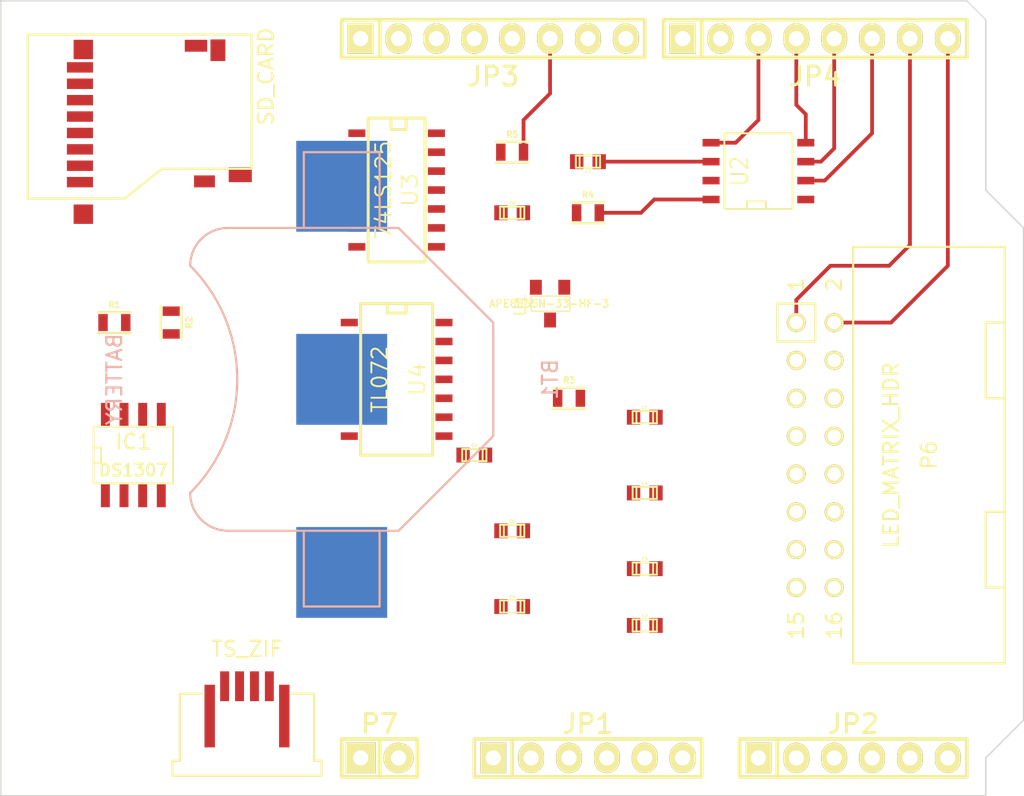
<source format=kicad_pcb>
(kicad_pcb (version 4) (host pcbnew "(2014-08-05 BZR 5054)-product")

  (general
    (links 85)
    (no_connects 76)
    (area 130.759999 86.309999 199.440001 139.750001)
    (thickness 1.6)
    (drawings 96)
    (tracks 27)
    (zones 0)
    (modules 28)
    (nets 50)
  )

  (page A)
  (title_block
    (title "tapMatrix Shield: Footprint")
    (date "24 Aug 2014")
    (rev 0.1)
    (company "Responsive Devices Inc")
  )

  (layers
    (0 F.Cu signal)
    (31 B.Cu signal)
    (32 B.Adhes user)
    (33 F.Adhes user)
    (34 B.Paste user)
    (35 F.Paste user)
    (36 B.SilkS user)
    (37 F.SilkS user)
    (38 B.Mask user)
    (39 F.Mask user)
    (40 Dwgs.User user hide)
    (41 Cmts.User user)
    (42 Eco1.User user)
    (43 Eco2.User user)
    (44 Edge.Cuts user)
    (45 Margin user)
    (46 B.CrtYd user)
    (47 F.CrtYd user)
    (48 B.Fab user)
    (49 F.Fab user)
  )

  (setup
    (last_trace_width 0.254)
    (user_trace_width 0.254)
    (user_trace_width 0.3556)
    (user_trace_width 0.508)
    (trace_clearance 0.254)
    (zone_clearance 0.508)
    (zone_45_only no)
    (trace_min 0.1524)
    (segment_width 0.2)
    (edge_width 0.1)
    (via_size 0.889)
    (via_drill 0.635)
    (via_min_size 0.508)
    (via_min_drill 0.3302)
    (uvia_size 0.508)
    (uvia_drill 0.127)
    (uvias_allowed no)
    (uvia_min_size 0.381)
    (uvia_min_drill 0.0127)
    (pcb_text_width 0.3)
    (pcb_text_size 1.5 1.5)
    (mod_edge_width 0.15)
    (mod_text_size 1 1)
    (mod_text_width 0.15)
    (pad_size 1 1.55)
    (pad_drill 0)
    (pad_to_mask_clearance 0)
    (aux_axis_origin 0 0)
    (visible_elements FFFFFF7F)
    (pcbplotparams
      (layerselection 0x00030_80000001)
      (usegerberextensions false)
      (excludeedgelayer true)
      (linewidth 0.100000)
      (plotframeref false)
      (viasonmask false)
      (mode 1)
      (useauxorigin false)
      (hpglpennumber 1)
      (hpglpenspeed 20)
      (hpglpendiameter 15)
      (hpglpenoverlay 2)
      (psnegative false)
      (psa4output false)
      (plotreference true)
      (plotvalue true)
      (plotinvisibletext false)
      (padsonsilk false)
      (subtractmaskfromsilk false)
      (outputformat 1)
      (mirror false)
      (drillshape 1)
      (scaleselection 1)
      (outputdirectory ""))
  )

  (net 0 "")
  (net 1 +5V)
  (net 2 GND)
  (net 3 "Net-(C7-Pad2)")
  (net 4 "Net-(C8-Pad1)")
  (net 5 "Net-(C9-Pad1)")
  (net 6 "Net-(C9-Pad2)")
  (net 7 "Net-(BT1-Pad1)")
  (net 8 "Net-(IC1-Pad1)")
  (net 9 "Net-(IC1-Pad7)")
  (net 10 /I2C_SCL)
  (net 11 /I2C_SDA)
  (net 12 "Net-(IC1-Pad2)")
  (net 13 "Net-(JP1-Pad1)")
  (net 14 "Net-(JP1-Pad2)")
  (net 15 "Net-(JP1-Pad6)")
  (net 16 /XM)
  (net 17 /YP)
  (net 18 /XP)
  (net 19 /YM)
  (net 20 "Net-(JP3-Pad1)")
  (net 21 /SCK)
  (net 22 /MISO)
  (net 23 /MOSI)
  (net 24 /SD_CS)
  (net 25 "Net-(JP3-Pad7)")
  (net 26 "Net-(JP3-Pad8)")
  (net 27 /MATRIX_WR)
  (net 28 /MATRIX_DATA)
  (net 29 /DAC_LAT)
  (net 30 /DAC_DI)
  (net 31 /DAC_SCK)
  (net 32 /DAC_CS)
  (net 33 /MATRIX_CS)
  (net 34 /MATRIX_CLK)
  (net 35 "Net-(R4-Pad2)")
  (net 36 /SCLK)
  (net 37 /CS)
  (net 38 "Net-(U3-Pad11)")
  (net 39 "Net-(U3-Pad12)")
  (net 40 "Net-(U3-Pad13)")
  (net 41 "Net-(RV1-Pad2)")
  (net 42 "Net-(P6-Pad9)")
  (net 43 "Net-(P6-Pad10)")
  (net 44 "Net-(P6-Pad6)")
  (net 45 "Net-(P6-Pad3)")
  (net 46 "Net-(P6-Pad4)")
  (net 47 "Net-(U5-Pad1)")
  (net 48 "Net-(U5-Pad8)")
  (net 49 VCC)

  (net_class Default "This is the default net class."
    (clearance 0.254)
    (trace_width 0.254)
    (via_dia 0.889)
    (via_drill 0.635)
    (uvia_dia 0.508)
    (uvia_drill 0.127)
    (add_net "Net-(U5-Pad1)")
    (add_net "Net-(U5-Pad8)")
    (add_net VCC)
  )

  (net_class Power ""
    (clearance 0.381)
    (trace_width 0.762)
    (via_dia 1.27)
    (via_drill 0.889)
    (uvia_dia 0.508)
    (uvia_drill 0.127)
    (add_net +5V)
  )

  (net_class Signal ""
    (clearance 0.1524)
    (trace_width 0.254)
    (via_dia 0.889)
    (via_drill 0.635)
    (uvia_dia 0.508)
    (uvia_drill 0.127)
    (add_net /CS)
    (add_net /DAC_CS)
    (add_net /DAC_DI)
    (add_net /DAC_LAT)
    (add_net /DAC_SCK)
    (add_net /I2C_SCL)
    (add_net /I2C_SDA)
    (add_net /MATRIX_CLK)
    (add_net /MATRIX_CS)
    (add_net /MATRIX_DATA)
    (add_net /MATRIX_WR)
    (add_net /MISO)
    (add_net /MOSI)
    (add_net /SCK)
    (add_net /SCLK)
    (add_net /SD_CS)
    (add_net /XM)
    (add_net /XP)
    (add_net /YM)
    (add_net /YP)
    (add_net GND)
    (add_net "Net-(BT1-Pad1)")
    (add_net "Net-(C7-Pad2)")
    (add_net "Net-(C8-Pad1)")
    (add_net "Net-(C9-Pad1)")
    (add_net "Net-(C9-Pad2)")
    (add_net "Net-(IC1-Pad1)")
    (add_net "Net-(IC1-Pad2)")
    (add_net "Net-(IC1-Pad7)")
    (add_net "Net-(JP1-Pad1)")
    (add_net "Net-(JP1-Pad2)")
    (add_net "Net-(JP1-Pad6)")
    (add_net "Net-(JP3-Pad1)")
    (add_net "Net-(JP3-Pad7)")
    (add_net "Net-(JP3-Pad8)")
    (add_net "Net-(P6-Pad10)")
    (add_net "Net-(P6-Pad3)")
    (add_net "Net-(P6-Pad4)")
    (add_net "Net-(P6-Pad6)")
    (add_net "Net-(P6-Pad9)")
    (add_net "Net-(R4-Pad2)")
    (add_net "Net-(RV1-Pad2)")
    (add_net "Net-(U3-Pad11)")
    (add_net "Net-(U3-Pad12)")
    (add_net "Net-(U3-Pad13)")
  )

  (module Capacitors_SMD:c_0603 placed (layer F.Cu) (tedit 53F98D90) (tstamp 53F98F5A)
    (at 173.99 114.3)
    (descr "SMT capacitor, 0603")
    (path /53F6F4A8)
    (fp_text reference C1 (at 0 -0.635) (layer F.SilkS)
      (effects (font (size 0.20066 0.20066) (thickness 0.04064)))
    )
    (fp_text value 0.1uF (at 0 0.635) (layer F.SilkS) hide
      (effects (font (size 0.20066 0.20066) (thickness 0.04064)))
    )
    (fp_line (start 0.5588 0.4064) (end 0.5588 -0.4064) (layer F.SilkS) (width 0.127))
    (fp_line (start -0.5588 -0.381) (end -0.5588 0.4064) (layer F.SilkS) (width 0.127))
    (fp_line (start -0.8128 -0.4064) (end 0.8128 -0.4064) (layer F.SilkS) (width 0.127))
    (fp_line (start 0.8128 -0.4064) (end 0.8128 0.4064) (layer F.SilkS) (width 0.127))
    (fp_line (start 0.8128 0.4064) (end -0.8128 0.4064) (layer F.SilkS) (width 0.127))
    (fp_line (start -0.8128 0.4064) (end -0.8128 -0.4064) (layer F.SilkS) (width 0.127))
    (pad 1 smd rect (at 0.75184 0) (size 0.89916 1.00076) (layers F.Cu F.Paste F.Mask)
      (net 1 +5V))
    (pad 2 smd rect (at -0.75184 0) (size 0.89916 1.00076) (layers F.Cu F.Paste F.Mask)
      (net 2 GND))
    (model smd/capacitors/c_0603.wrl
      (at (xyz 0 0 0))
      (scale (xyz 1 1 1))
      (rotate (xyz 0 0 0))
    )
  )

  (module Capacitors_SMD:c_0603 placed (layer F.Cu) (tedit 53F98D90) (tstamp 53F98F66)
    (at 173.99 128.27)
    (descr "SMT capacitor, 0603")
    (path /53F6F305)
    (fp_text reference C2 (at 0 -0.635) (layer F.SilkS)
      (effects (font (size 0.20066 0.20066) (thickness 0.04064)))
    )
    (fp_text value 0.1uF (at 0 0.635) (layer F.SilkS) hide
      (effects (font (size 0.20066 0.20066) (thickness 0.04064)))
    )
    (fp_line (start 0.5588 0.4064) (end 0.5588 -0.4064) (layer F.SilkS) (width 0.127))
    (fp_line (start -0.5588 -0.381) (end -0.5588 0.4064) (layer F.SilkS) (width 0.127))
    (fp_line (start -0.8128 -0.4064) (end 0.8128 -0.4064) (layer F.SilkS) (width 0.127))
    (fp_line (start 0.8128 -0.4064) (end 0.8128 0.4064) (layer F.SilkS) (width 0.127))
    (fp_line (start 0.8128 0.4064) (end -0.8128 0.4064) (layer F.SilkS) (width 0.127))
    (fp_line (start -0.8128 0.4064) (end -0.8128 -0.4064) (layer F.SilkS) (width 0.127))
    (pad 1 smd rect (at 0.75184 0) (size 0.89916 1.00076) (layers F.Cu F.Paste F.Mask)
      (net 1 +5V))
    (pad 2 smd rect (at -0.75184 0) (size 0.89916 1.00076) (layers F.Cu F.Paste F.Mask)
      (net 2 GND))
    (model smd/capacitors/c_0603.wrl
      (at (xyz 0 0 0))
      (scale (xyz 1 1 1))
      (rotate (xyz 0 0 0))
    )
  )

  (module Capacitors_SMD:c_0603 placed (layer F.Cu) (tedit 53F98D90) (tstamp 53F98F72)
    (at 173.99 124.46)
    (descr "SMT capacitor, 0603")
    (path /53F6F384)
    (fp_text reference C3 (at 0 -0.635) (layer F.SilkS)
      (effects (font (size 0.20066 0.20066) (thickness 0.04064)))
    )
    (fp_text value 0.1uF (at 0 0.635) (layer F.SilkS) hide
      (effects (font (size 0.20066 0.20066) (thickness 0.04064)))
    )
    (fp_line (start 0.5588 0.4064) (end 0.5588 -0.4064) (layer F.SilkS) (width 0.127))
    (fp_line (start -0.5588 -0.381) (end -0.5588 0.4064) (layer F.SilkS) (width 0.127))
    (fp_line (start -0.8128 -0.4064) (end 0.8128 -0.4064) (layer F.SilkS) (width 0.127))
    (fp_line (start 0.8128 -0.4064) (end 0.8128 0.4064) (layer F.SilkS) (width 0.127))
    (fp_line (start 0.8128 0.4064) (end -0.8128 0.4064) (layer F.SilkS) (width 0.127))
    (fp_line (start -0.8128 0.4064) (end -0.8128 -0.4064) (layer F.SilkS) (width 0.127))
    (pad 1 smd rect (at 0.75184 0) (size 0.89916 1.00076) (layers F.Cu F.Paste F.Mask)
      (net 1 +5V))
    (pad 2 smd rect (at -0.75184 0) (size 0.89916 1.00076) (layers F.Cu F.Paste F.Mask)
      (net 2 GND))
    (model smd/capacitors/c_0603.wrl
      (at (xyz 0 0 0))
      (scale (xyz 1 1 1))
      (rotate (xyz 0 0 0))
    )
  )

  (module Capacitors_SMD:c_0603 placed (layer F.Cu) (tedit 53F98D90) (tstamp 53F98F7E)
    (at 173.99 119.38)
    (descr "SMT capacitor, 0603")
    (path /53F6F42A)
    (fp_text reference C4 (at 0 -0.635) (layer F.SilkS)
      (effects (font (size 0.20066 0.20066) (thickness 0.04064)))
    )
    (fp_text value 100uF/6V (at 0 0.635) (layer F.SilkS) hide
      (effects (font (size 0.20066 0.20066) (thickness 0.04064)))
    )
    (fp_line (start 0.5588 0.4064) (end 0.5588 -0.4064) (layer F.SilkS) (width 0.127))
    (fp_line (start -0.5588 -0.381) (end -0.5588 0.4064) (layer F.SilkS) (width 0.127))
    (fp_line (start -0.8128 -0.4064) (end 0.8128 -0.4064) (layer F.SilkS) (width 0.127))
    (fp_line (start 0.8128 -0.4064) (end 0.8128 0.4064) (layer F.SilkS) (width 0.127))
    (fp_line (start 0.8128 0.4064) (end -0.8128 0.4064) (layer F.SilkS) (width 0.127))
    (fp_line (start -0.8128 0.4064) (end -0.8128 -0.4064) (layer F.SilkS) (width 0.127))
    (pad 1 smd rect (at 0.75184 0) (size 0.89916 1.00076) (layers F.Cu F.Paste F.Mask)
      (net 1 +5V))
    (pad 2 smd rect (at -0.75184 0) (size 0.89916 1.00076) (layers F.Cu F.Paste F.Mask)
      (net 2 GND))
    (model smd/capacitors/c_0603.wrl
      (at (xyz 0 0 0))
      (scale (xyz 1 1 1))
      (rotate (xyz 0 0 0))
    )
  )

  (module Capacitors_SMD:c_0603 placed (layer F.Cu) (tedit 53F98D90) (tstamp 53F98F8A)
    (at 162.56 116.84)
    (descr "SMT capacitor, 0603")
    (path /53F6F1E5)
    (fp_text reference C5 (at 0 -0.635) (layer F.SilkS)
      (effects (font (size 0.20066 0.20066) (thickness 0.04064)))
    )
    (fp_text value 0.1uF (at 0 0.635) (layer F.SilkS) hide
      (effects (font (size 0.20066 0.20066) (thickness 0.04064)))
    )
    (fp_line (start 0.5588 0.4064) (end 0.5588 -0.4064) (layer F.SilkS) (width 0.127))
    (fp_line (start -0.5588 -0.381) (end -0.5588 0.4064) (layer F.SilkS) (width 0.127))
    (fp_line (start -0.8128 -0.4064) (end 0.8128 -0.4064) (layer F.SilkS) (width 0.127))
    (fp_line (start 0.8128 -0.4064) (end 0.8128 0.4064) (layer F.SilkS) (width 0.127))
    (fp_line (start 0.8128 0.4064) (end -0.8128 0.4064) (layer F.SilkS) (width 0.127))
    (fp_line (start -0.8128 0.4064) (end -0.8128 -0.4064) (layer F.SilkS) (width 0.127))
    (pad 1 smd rect (at 0.75184 0) (size 0.89916 1.00076) (layers F.Cu F.Paste F.Mask)
      (net 49 VCC))
    (pad 2 smd rect (at -0.75184 0) (size 0.89916 1.00076) (layers F.Cu F.Paste F.Mask)
      (net 2 GND))
    (model smd/capacitors/c_0603.wrl
      (at (xyz 0 0 0))
      (scale (xyz 1 1 1))
      (rotate (xyz 0 0 0))
    )
  )

  (module Capacitors_SMD:c_0603 placed (layer F.Cu) (tedit 53F98D90) (tstamp 53F98F96)
    (at 165.1 121.92)
    (descr "SMT capacitor, 0603")
    (path /53F6EFF0)
    (fp_text reference C6 (at 0 -0.635) (layer F.SilkS)
      (effects (font (size 0.20066 0.20066) (thickness 0.04064)))
    )
    (fp_text value 100uF/6V (at 0 0.635) (layer F.SilkS) hide
      (effects (font (size 0.20066 0.20066) (thickness 0.04064)))
    )
    (fp_line (start 0.5588 0.4064) (end 0.5588 -0.4064) (layer F.SilkS) (width 0.127))
    (fp_line (start -0.5588 -0.381) (end -0.5588 0.4064) (layer F.SilkS) (width 0.127))
    (fp_line (start -0.8128 -0.4064) (end 0.8128 -0.4064) (layer F.SilkS) (width 0.127))
    (fp_line (start 0.8128 -0.4064) (end 0.8128 0.4064) (layer F.SilkS) (width 0.127))
    (fp_line (start 0.8128 0.4064) (end -0.8128 0.4064) (layer F.SilkS) (width 0.127))
    (fp_line (start -0.8128 0.4064) (end -0.8128 -0.4064) (layer F.SilkS) (width 0.127))
    (pad 1 smd rect (at 0.75184 0) (size 0.89916 1.00076) (layers F.Cu F.Paste F.Mask)
      (net 49 VCC))
    (pad 2 smd rect (at -0.75184 0) (size 0.89916 1.00076) (layers F.Cu F.Paste F.Mask)
      (net 2 GND))
    (model smd/capacitors/c_0603.wrl
      (at (xyz 0 0 0))
      (scale (xyz 1 1 1))
      (rotate (xyz 0 0 0))
    )
  )

  (module Capacitors_SMD:c_0603 placed (layer F.Cu) (tedit 53F98D90) (tstamp 53F98FA2)
    (at 170.18 97.155 180)
    (descr "SMT capacitor, 0603")
    (path /53F6CADB)
    (fp_text reference C7 (at 0 -0.635 180) (layer F.SilkS)
      (effects (font (size 0.20066 0.20066) (thickness 0.04064)))
    )
    (fp_text value 0.1uF (at 0 0.635 180) (layer F.SilkS) hide
      (effects (font (size 0.20066 0.20066) (thickness 0.04064)))
    )
    (fp_line (start 0.5588 0.4064) (end 0.5588 -0.4064) (layer F.SilkS) (width 0.127))
    (fp_line (start -0.5588 -0.381) (end -0.5588 0.4064) (layer F.SilkS) (width 0.127))
    (fp_line (start -0.8128 -0.4064) (end 0.8128 -0.4064) (layer F.SilkS) (width 0.127))
    (fp_line (start 0.8128 -0.4064) (end 0.8128 0.4064) (layer F.SilkS) (width 0.127))
    (fp_line (start 0.8128 0.4064) (end -0.8128 0.4064) (layer F.SilkS) (width 0.127))
    (fp_line (start -0.8128 0.4064) (end -0.8128 -0.4064) (layer F.SilkS) (width 0.127))
    (pad 1 smd rect (at 0.75184 0 180) (size 0.89916 1.00076) (layers F.Cu F.Paste F.Mask)
      (net 2 GND))
    (pad 2 smd rect (at -0.75184 0 180) (size 0.89916 1.00076) (layers F.Cu F.Paste F.Mask)
      (net 3 "Net-(C7-Pad2)"))
    (model smd/capacitors/c_0603.wrl
      (at (xyz 0 0 0))
      (scale (xyz 1 1 1))
      (rotate (xyz 0 0 0))
    )
  )

  (module Capacitors_SMD:c_0603 placed (layer F.Cu) (tedit 53F98D90) (tstamp 53F98FAE)
    (at 165.1 100.584)
    (descr "SMT capacitor, 0603")
    (path /53F6CF04)
    (fp_text reference C8 (at 0 -0.635) (layer F.SilkS)
      (effects (font (size 0.20066 0.20066) (thickness 0.04064)))
    )
    (fp_text value 0.01uF (at 0 0.635) (layer F.SilkS) hide
      (effects (font (size 0.20066 0.20066) (thickness 0.04064)))
    )
    (fp_line (start 0.5588 0.4064) (end 0.5588 -0.4064) (layer F.SilkS) (width 0.127))
    (fp_line (start -0.5588 -0.381) (end -0.5588 0.4064) (layer F.SilkS) (width 0.127))
    (fp_line (start -0.8128 -0.4064) (end 0.8128 -0.4064) (layer F.SilkS) (width 0.127))
    (fp_line (start 0.8128 -0.4064) (end 0.8128 0.4064) (layer F.SilkS) (width 0.127))
    (fp_line (start 0.8128 0.4064) (end -0.8128 0.4064) (layer F.SilkS) (width 0.127))
    (fp_line (start -0.8128 0.4064) (end -0.8128 -0.4064) (layer F.SilkS) (width 0.127))
    (pad 1 smd rect (at 0.75184 0) (size 0.89916 1.00076) (layers F.Cu F.Paste F.Mask)
      (net 4 "Net-(C8-Pad1)"))
    (pad 2 smd rect (at -0.75184 0) (size 0.89916 1.00076) (layers F.Cu F.Paste F.Mask)
      (net 2 GND))
    (model smd/capacitors/c_0603.wrl
      (at (xyz 0 0 0))
      (scale (xyz 1 1 1))
      (rotate (xyz 0 0 0))
    )
  )

  (module Capacitors_SMD:c_0603 placed (layer F.Cu) (tedit 53F98D90) (tstamp 53F98FBA)
    (at 165.1 127)
    (descr "SMT capacitor, 0603")
    (path /53F6E1A7)
    (fp_text reference C9 (at 0 -0.635) (layer F.SilkS)
      (effects (font (size 0.20066 0.20066) (thickness 0.04064)))
    )
    (fp_text value 100uF/6V (at 0 0.635) (layer F.SilkS) hide
      (effects (font (size 0.20066 0.20066) (thickness 0.04064)))
    )
    (fp_line (start 0.5588 0.4064) (end 0.5588 -0.4064) (layer F.SilkS) (width 0.127))
    (fp_line (start -0.5588 -0.381) (end -0.5588 0.4064) (layer F.SilkS) (width 0.127))
    (fp_line (start -0.8128 -0.4064) (end 0.8128 -0.4064) (layer F.SilkS) (width 0.127))
    (fp_line (start 0.8128 -0.4064) (end 0.8128 0.4064) (layer F.SilkS) (width 0.127))
    (fp_line (start 0.8128 0.4064) (end -0.8128 0.4064) (layer F.SilkS) (width 0.127))
    (fp_line (start -0.8128 0.4064) (end -0.8128 -0.4064) (layer F.SilkS) (width 0.127))
    (pad 1 smd rect (at 0.75184 0) (size 0.89916 1.00076) (layers F.Cu F.Paste F.Mask)
      (net 5 "Net-(C9-Pad1)"))
    (pad 2 smd rect (at -0.75184 0) (size 0.89916 1.00076) (layers F.Cu F.Paste F.Mask)
      (net 6 "Net-(C9-Pad2)"))
    (model smd/capacitors/c_0603.wrl
      (at (xyz 0 0 0))
      (scale (xyz 1 1 1))
      (rotate (xyz 0 0 0))
    )
  )

  (module Housings_SOIC:SOIC-8_N placed (layer F.Cu) (tedit 53F98D90) (tstamp 53F98FCE)
    (at 139.7 116.84)
    (descr "module CMS SOJ 8 pins etroit")
    (tags "CMS SOJ")
    (path /53F71D16)
    (attr smd)
    (fp_text reference IC1 (at 0 -0.889) (layer F.SilkS)
      (effects (font (size 1 1) (thickness 0.15)))
    )
    (fp_text value DS1307 (at 0 1.016) (layer F.SilkS)
      (effects (font (size 0.8 0.8) (thickness 0.15)))
    )
    (fp_line (start -2.667 1.778) (end -2.667 1.905) (layer F.SilkS) (width 0.127))
    (fp_line (start -2.667 1.905) (end 2.667 1.905) (layer F.SilkS) (width 0.127))
    (fp_line (start 2.667 -1.905) (end -2.667 -1.905) (layer F.SilkS) (width 0.127))
    (fp_line (start -2.667 -1.905) (end -2.667 1.778) (layer F.SilkS) (width 0.127))
    (fp_line (start -2.667 -0.508) (end -2.159 -0.508) (layer F.SilkS) (width 0.127))
    (fp_line (start -2.159 -0.508) (end -2.159 0.508) (layer F.SilkS) (width 0.127))
    (fp_line (start -2.159 0.508) (end -2.667 0.508) (layer F.SilkS) (width 0.127))
    (fp_line (start 2.667 -1.905) (end 2.667 1.905) (layer F.SilkS) (width 0.127))
    (pad 8 smd rect (at -1.875 -2.7) (size 0.6 1.6) (layers F.Cu F.Paste F.Mask)
      (net 7 "Net-(BT1-Pad1)"))
    (pad 1 smd rect (at -1.875 2.7) (size 0.6 1.6) (layers F.Cu F.Paste F.Mask)
      (net 8 "Net-(IC1-Pad1)"))
    (pad 7 smd rect (at -0.625 -2.7) (size 0.6 1.6) (layers F.Cu F.Paste F.Mask)
      (net 9 "Net-(IC1-Pad7)"))
    (pad 6 smd rect (at 0.625 -2.7) (size 0.6 1.6) (layers F.Cu F.Paste F.Mask)
      (net 10 /I2C_SCL))
    (pad 5 smd rect (at 1.875 -2.7) (size 0.6 1.6) (layers F.Cu F.Paste F.Mask)
      (net 11 /I2C_SDA))
    (pad 2 smd rect (at -0.625 2.7) (size 0.6 1.6) (layers F.Cu F.Paste F.Mask)
      (net 12 "Net-(IC1-Pad2)"))
    (pad 3 smd rect (at 0.625 2.7) (size 0.6 1.6) (layers F.Cu F.Paste F.Mask)
      (net 7 "Net-(BT1-Pad1)"))
    (pad 4 smd rect (at 1.875 2.7) (size 0.6 1.6) (layers F.Cu F.Paste F.Mask)
      (net 2 GND))
    (model smd/cms_so8.wrl
      (at (xyz 0 0 0))
      (scale (xyz 0.5 0.3199999928474426 0.5))
      (rotate (xyz 0 0 0))
    )
  )

  (module Pin_Headers:Pin_Header_Straight_1x06 locked (layer F.Cu) (tedit 53F98D90) (tstamp 53F98FDF)
    (at 170.18 137.16)
    (descr "1 pin")
    (tags "CONN DEV")
    (path /53F44018)
    (fp_text reference JP1 (at 0 -2.286) (layer F.SilkS)
      (effects (font (size 1.27 1.27) (thickness 0.2032)))
    )
    (fp_text value 6_PIN_1 (at 0 0) (layer F.SilkS) hide
      (effects (font (size 1.27 1.27) (thickness 0.2032)))
    )
    (fp_line (start -5.08 -1.27) (end 7.62 -1.27) (layer F.SilkS) (width 0.254))
    (fp_line (start 7.62 -1.27) (end 7.62 1.27) (layer F.SilkS) (width 0.254))
    (fp_line (start 7.62 1.27) (end -5.08 1.27) (layer F.SilkS) (width 0.254))
    (fp_line (start -7.62 -1.27) (end -5.08 -1.27) (layer F.SilkS) (width 0.254))
    (fp_line (start -5.08 -1.27) (end -5.08 1.27) (layer F.SilkS) (width 0.254))
    (fp_line (start -7.62 -1.27) (end -7.62 1.27) (layer F.SilkS) (width 0.254))
    (fp_line (start -7.62 1.27) (end -5.08 1.27) (layer F.SilkS) (width 0.254))
    (pad 1 thru_hole rect (at -6.35 0) (size 1.7272 2.032) (drill 1.016) (layers *.Cu *.Mask F.SilkS)
      (net 13 "Net-(JP1-Pad1)"))
    (pad 2 thru_hole oval (at -3.81 0) (size 1.7272 2.032) (drill 1.016) (layers *.Cu *.Mask F.SilkS)
      (net 14 "Net-(JP1-Pad2)"))
    (pad 3 thru_hole oval (at -1.27 0) (size 1.7272 2.032) (drill 1.016) (layers *.Cu *.Mask F.SilkS)
      (net 1 +5V))
    (pad 4 thru_hole oval (at 1.27 0) (size 1.7272 2.032) (drill 1.016) (layers *.Cu *.Mask F.SilkS)
      (net 2 GND))
    (pad 5 thru_hole oval (at 3.81 0) (size 1.7272 2.032) (drill 1.016) (layers *.Cu *.Mask F.SilkS)
      (net 2 GND))
    (pad 6 thru_hole oval (at 6.35 0) (size 1.7272 2.032) (drill 1.016) (layers *.Cu *.Mask F.SilkS)
      (net 15 "Net-(JP1-Pad6)"))
    (model Pin_Headers/Pin_Header_Straight_1x06.wrl
      (at (xyz 0 0 0))
      (scale (xyz 1 1 1))
      (rotate (xyz 0 0 0))
    )
  )

  (module Pin_Headers:Pin_Header_Straight_1x06 locked (layer F.Cu) (tedit 53F98D90) (tstamp 53F98FF0)
    (at 187.96 137.16)
    (descr "1 pin")
    (tags "CONN DEV")
    (path /53F443E9)
    (fp_text reference JP2 (at 0 -2.286) (layer F.SilkS)
      (effects (font (size 1.27 1.27) (thickness 0.2032)))
    )
    (fp_text value 6_PIN_2 (at 0 0) (layer F.SilkS) hide
      (effects (font (size 1.27 1.27) (thickness 0.2032)))
    )
    (fp_line (start -5.08 -1.27) (end 7.62 -1.27) (layer F.SilkS) (width 0.254))
    (fp_line (start 7.62 -1.27) (end 7.62 1.27) (layer F.SilkS) (width 0.254))
    (fp_line (start 7.62 1.27) (end -5.08 1.27) (layer F.SilkS) (width 0.254))
    (fp_line (start -7.62 -1.27) (end -5.08 -1.27) (layer F.SilkS) (width 0.254))
    (fp_line (start -5.08 -1.27) (end -5.08 1.27) (layer F.SilkS) (width 0.254))
    (fp_line (start -7.62 -1.27) (end -7.62 1.27) (layer F.SilkS) (width 0.254))
    (fp_line (start -7.62 1.27) (end -5.08 1.27) (layer F.SilkS) (width 0.254))
    (pad 1 thru_hole rect (at -6.35 0) (size 1.7272 2.032) (drill 1.016) (layers *.Cu *.Mask F.SilkS)
      (net 16 /XM))
    (pad 2 thru_hole oval (at -3.81 0) (size 1.7272 2.032) (drill 1.016) (layers *.Cu *.Mask F.SilkS)
      (net 17 /YP))
    (pad 3 thru_hole oval (at -1.27 0) (size 1.7272 2.032) (drill 1.016) (layers *.Cu *.Mask F.SilkS)
      (net 18 /XP))
    (pad 4 thru_hole oval (at 1.27 0) (size 1.7272 2.032) (drill 1.016) (layers *.Cu *.Mask F.SilkS)
      (net 19 /YM))
    (pad 5 thru_hole oval (at 3.81 0) (size 1.7272 2.032) (drill 1.016) (layers *.Cu *.Mask F.SilkS)
      (net 11 /I2C_SDA))
    (pad 6 thru_hole oval (at 6.35 0) (size 1.7272 2.032) (drill 1.016) (layers *.Cu *.Mask F.SilkS)
      (net 10 /I2C_SCL))
    (model Pin_Headers/Pin_Header_Straight_1x06.wrl
      (at (xyz 0 0 0))
      (scale (xyz 1 1 1))
      (rotate (xyz 0 0 0))
    )
  )

  (module Pin_Headers:Pin_Header_Straight_1x08 locked (layer F.Cu) (tedit 53FC13D7) (tstamp 53F99003)
    (at 163.83 88.9)
    (descr "1 pin")
    (tags "CONN DEV")
    (path /53F44977)
    (fp_text reference JP3 (at 0 2.54) (layer F.SilkS)
      (effects (font (size 1.27 1.27) (thickness 0.2032)))
    )
    (fp_text value 8_PIN_1 (at 0 0) (layer F.SilkS) hide
      (effects (font (size 1.27 1.27) (thickness 0.2032)))
    )
    (fp_line (start -7.62 -1.27) (end 10.16 -1.27) (layer F.SilkS) (width 0.254))
    (fp_line (start 10.16 -1.27) (end 10.16 1.27) (layer F.SilkS) (width 0.254))
    (fp_line (start 10.16 1.27) (end -7.62 1.27) (layer F.SilkS) (width 0.254))
    (fp_line (start -10.16 -1.27) (end -7.62 -1.27) (layer F.SilkS) (width 0.254))
    (fp_line (start -7.62 -1.27) (end -7.62 1.27) (layer F.SilkS) (width 0.254))
    (fp_line (start -10.16 -1.27) (end -10.16 1.27) (layer F.SilkS) (width 0.254))
    (fp_line (start -10.16 1.27) (end -7.62 1.27) (layer F.SilkS) (width 0.254))
    (pad 1 thru_hole rect (at -8.89 0) (size 1.7272 2.032) (drill 1.016) (layers *.Cu *.Mask F.SilkS)
      (net 20 "Net-(JP3-Pad1)"))
    (pad 2 thru_hole oval (at -6.35 0) (size 1.7272 2.032) (drill 1.016) (layers *.Cu *.Mask F.SilkS)
      (net 2 GND))
    (pad 3 thru_hole oval (at -3.81 0) (size 1.7272 2.032) (drill 1.016) (layers *.Cu *.Mask F.SilkS)
      (net 21 /SCK))
    (pad 4 thru_hole oval (at -1.27 0) (size 1.7272 2.032) (drill 1.016) (layers *.Cu *.Mask F.SilkS)
      (net 22 /MISO))
    (pad 5 thru_hole oval (at 1.27 0) (size 1.7272 2.032) (drill 1.016) (layers *.Cu *.Mask F.SilkS)
      (net 23 /MOSI))
    (pad 6 thru_hole oval (at 3.81 0) (size 1.7272 2.032) (drill 1.016) (layers *.Cu *.Mask F.SilkS)
      (net 24 /SD_CS))
    (pad 7 thru_hole oval (at 6.35 0) (size 1.7272 2.032) (drill 1.016) (layers *.Cu *.Mask F.SilkS)
      (net 25 "Net-(JP3-Pad7)"))
    (pad 8 thru_hole oval (at 8.89 0) (size 1.7272 2.032) (drill 1.016) (layers *.Cu *.Mask F.SilkS)
      (net 26 "Net-(JP3-Pad8)"))
    (model Pin_Headers/Pin_Header_Straight_1x08.wrl
      (at (xyz 0 0 0))
      (scale (xyz 1 1 1))
      (rotate (xyz 0 0 0))
    )
  )

  (module Pin_Headers:Pin_Header_Straight_1x08 locked (layer F.Cu) (tedit 53FC13DE) (tstamp 53F99016)
    (at 185.42 88.9)
    (descr "1 pin")
    (tags "CONN DEV")
    (path /53F449E0)
    (fp_text reference JP4 (at 0 2.54) (layer F.SilkS)
      (effects (font (size 1.27 1.27) (thickness 0.2032)))
    )
    (fp_text value 8_PIN_2 (at 0 0) (layer F.SilkS) hide
      (effects (font (size 1.27 1.27) (thickness 0.2032)))
    )
    (fp_line (start -7.62 -1.27) (end 10.16 -1.27) (layer F.SilkS) (width 0.254))
    (fp_line (start 10.16 -1.27) (end 10.16 1.27) (layer F.SilkS) (width 0.254))
    (fp_line (start 10.16 1.27) (end -7.62 1.27) (layer F.SilkS) (width 0.254))
    (fp_line (start -10.16 -1.27) (end -7.62 -1.27) (layer F.SilkS) (width 0.254))
    (fp_line (start -7.62 -1.27) (end -7.62 1.27) (layer F.SilkS) (width 0.254))
    (fp_line (start -10.16 -1.27) (end -10.16 1.27) (layer F.SilkS) (width 0.254))
    (fp_line (start -10.16 1.27) (end -7.62 1.27) (layer F.SilkS) (width 0.254))
    (pad 1 thru_hole rect (at -8.89 0) (size 1.7272 2.032) (drill 1.016) (layers *.Cu *.Mask F.SilkS)
      (net 27 /MATRIX_WR))
    (pad 2 thru_hole oval (at -6.35 0) (size 1.7272 2.032) (drill 1.016) (layers *.Cu *.Mask F.SilkS)
      (net 28 /MATRIX_DATA))
    (pad 3 thru_hole oval (at -3.81 0) (size 1.7272 2.032) (drill 1.016) (layers *.Cu *.Mask F.SilkS)
      (net 29 /DAC_LAT))
    (pad 4 thru_hole oval (at -1.27 0) (size 1.7272 2.032) (drill 1.016) (layers *.Cu *.Mask F.SilkS)
      (net 30 /DAC_DI))
    (pad 5 thru_hole oval (at 1.27 0) (size 1.7272 2.032) (drill 1.016) (layers *.Cu *.Mask F.SilkS)
      (net 31 /DAC_SCK))
    (pad 6 thru_hole oval (at 3.81 0) (size 1.7272 2.032) (drill 1.016) (layers *.Cu *.Mask F.SilkS)
      (net 32 /DAC_CS))
    (pad 7 thru_hole oval (at 6.35 0) (size 1.7272 2.032) (drill 1.016) (layers *.Cu *.Mask F.SilkS)
      (net 33 /MATRIX_CS))
    (pad 8 thru_hole oval (at 8.89 0) (size 1.7272 2.032) (drill 1.016) (layers *.Cu *.Mask F.SilkS)
      (net 34 /MATRIX_CLK))
    (model Pin_Headers/Pin_Header_Straight_1x08.wrl
      (at (xyz 0 0 0))
      (scale (xyz 1 1 1))
      (rotate (xyz 0 0 0))
    )
  )

  (module Pin_Headers:Pin_Header_Straight_1x02 placed (layer F.Cu) (tedit 53F98D90) (tstamp 53F99022)
    (at 156.21 137.16)
    (descr "1 pin")
    (tags "CONN DEV")
    (path /53F6E48F)
    (fp_text reference P7 (at 0 -2.286) (layer F.SilkS)
      (effects (font (size 1.27 1.27) (thickness 0.2032)))
    )
    (fp_text value SPKR (at 0 0) (layer F.SilkS) hide
      (effects (font (size 1.27 1.27) (thickness 0.2032)))
    )
    (fp_line (start 0 -1.27) (end 0 1.27) (layer F.SilkS) (width 0.254))
    (fp_line (start -2.54 -1.27) (end -2.54 1.27) (layer F.SilkS) (width 0.254))
    (fp_line (start -2.54 1.27) (end 0 1.27) (layer F.SilkS) (width 0.254))
    (fp_line (start 0 1.27) (end 2.54 1.27) (layer F.SilkS) (width 0.254))
    (fp_line (start 2.54 1.27) (end 2.54 -1.27) (layer F.SilkS) (width 0.254))
    (fp_line (start 2.54 -1.27) (end -2.54 -1.27) (layer F.SilkS) (width 0.254))
    (pad 1 thru_hole rect (at -1.27 0) (size 2.032 2.032) (drill 1.016) (layers *.Cu *.Mask F.SilkS)
      (net 2 GND))
    (pad 2 thru_hole oval (at 1.27 0) (size 2.032 2.032) (drill 1.016) (layers *.Cu *.Mask F.SilkS)
      (net 6 "Net-(C9-Pad2)"))
    (model Pin_Headers/Pin_Header_Straight_1x02.wrl
      (at (xyz 0 0 0))
      (scale (xyz 1 1 1))
      (rotate (xyz 0 0 0))
    )
  )

  (module Resistors_SMD:R_0603 placed (layer F.Cu) (tedit 53F98D90) (tstamp 53F9902B)
    (at 138.43 107.95)
    (path /53F81CD9)
    (attr smd)
    (fp_text reference R1 (at 0 -1.2 180) (layer F.SilkS)
      (effects (font (size 0.4 0.4) (thickness 0.1)))
    )
    (fp_text value R (at 0 1.2 180) (layer F.SilkS) hide
      (effects (font (size 0.4 0.4) (thickness 0.1)))
    )
    (fp_line (start -1.1 -0.7) (end 1.1 -0.7) (layer F.SilkS) (width 0.15))
    (fp_line (start -1.1 0.7) (end 1.1 0.7) (layer F.SilkS) (width 0.15))
    (fp_circle (center 0 0) (end 0.15 0) (layer F.Adhes) (width 0.3))
    (pad 1 smd rect (at -0.762 0) (size 0.635 1.143) (layers F.Cu F.Paste F.Mask)
      (net 7 "Net-(BT1-Pad1)"))
    (pad 2 smd rect (at 0.762 0) (size 0.635 1.143) (layers F.Cu F.Paste F.Mask)
      (net 10 /I2C_SCL))
    (model smd\resistors\R0603.wrl
      (at (xyz 0 0 0.001000000047497451))
      (scale (xyz 0.5 0.5 0.5))
      (rotate (xyz 0 0 0))
    )
  )

  (module Resistors_SMD:R_0603 placed (layer F.Cu) (tedit 53F98D90) (tstamp 53F99034)
    (at 142.24 107.95 270)
    (path /53F81E1C)
    (attr smd)
    (fp_text reference R2 (at 0 -1.2 450) (layer F.SilkS)
      (effects (font (size 0.4 0.4) (thickness 0.1)))
    )
    (fp_text value R (at 0 1.2 450) (layer F.SilkS) hide
      (effects (font (size 0.4 0.4) (thickness 0.1)))
    )
    (fp_line (start -1.1 -0.7) (end 1.1 -0.7) (layer F.SilkS) (width 0.15))
    (fp_line (start -1.1 0.7) (end 1.1 0.7) (layer F.SilkS) (width 0.15))
    (fp_circle (center 0 0) (end 0.15 0) (layer F.Adhes) (width 0.3))
    (pad 1 smd rect (at -0.762 0 270) (size 0.635 1.143) (layers F.Cu F.Paste F.Mask)
      (net 7 "Net-(BT1-Pad1)"))
    (pad 2 smd rect (at 0.762 0 270) (size 0.635 1.143) (layers F.Cu F.Paste F.Mask)
      (net 11 /I2C_SDA))
    (model smd\resistors\R0603.wrl
      (at (xyz 0 0 0.001000000047497451))
      (scale (xyz 0.5 0.5 0.5))
      (rotate (xyz 0 0 0))
    )
  )

  (module Resistors_SMD:R_0603 placed (layer F.Cu) (tedit 53F98D90) (tstamp 53F9903D)
    (at 168.91 113.03)
    (path /53F6CDB0)
    (attr smd)
    (fp_text reference R3 (at 0 -1.2 180) (layer F.SilkS)
      (effects (font (size 0.4 0.4) (thickness 0.1)))
    )
    (fp_text value 100K (at 0 1.2 180) (layer F.SilkS) hide
      (effects (font (size 0.4 0.4) (thickness 0.1)))
    )
    (fp_line (start -1.1 -0.7) (end 1.1 -0.7) (layer F.SilkS) (width 0.15))
    (fp_line (start -1.1 0.7) (end 1.1 0.7) (layer F.SilkS) (width 0.15))
    (fp_circle (center 0 0) (end 0.15 0) (layer F.Adhes) (width 0.3))
    (pad 1 smd rect (at -0.762 0) (size 0.635 1.143) (layers F.Cu F.Paste F.Mask)
      (net 1 +5V))
    (pad 2 smd rect (at 0.762 0) (size 0.635 1.143) (layers F.Cu F.Paste F.Mask)
      (net 3 "Net-(C7-Pad2)"))
    (model smd\resistors\R0603.wrl
      (at (xyz 0 0 0.001000000047497451))
      (scale (xyz 0.5 0.5 0.5))
      (rotate (xyz 0 0 0))
    )
  )

  (module Resistors_SMD:R_0603 placed (layer F.Cu) (tedit 53F98D90) (tstamp 53F99046)
    (at 170.18 100.584)
    (path /53F6CE16)
    (attr smd)
    (fp_text reference R4 (at 0 -1.2 180) (layer F.SilkS)
      (effects (font (size 0.4 0.4) (thickness 0.1)))
    )
    (fp_text value 1.5K (at 0 1.2 180) (layer F.SilkS) hide
      (effects (font (size 0.4 0.4) (thickness 0.1)))
    )
    (fp_line (start -1.1 -0.7) (end 1.1 -0.7) (layer F.SilkS) (width 0.15))
    (fp_line (start -1.1 0.7) (end 1.1 0.7) (layer F.SilkS) (width 0.15))
    (fp_circle (center 0 0) (end 0.15 0) (layer F.Adhes) (width 0.3))
    (pad 1 smd rect (at -0.762 0) (size 0.635 1.143) (layers F.Cu F.Paste F.Mask)
      (net 4 "Net-(C8-Pad1)"))
    (pad 2 smd rect (at 0.762 0) (size 0.635 1.143) (layers F.Cu F.Paste F.Mask)
      (net 35 "Net-(R4-Pad2)"))
    (model smd\resistors\R0603.wrl
      (at (xyz 0 0 0.001000000047497451))
      (scale (xyz 0.5 0.5 0.5))
      (rotate (xyz 0 0 0))
    )
  )

  (module Resistors_SMD:R_0603 placed (layer F.Cu) (tedit 53F98D90) (tstamp 53F9904F)
    (at 165.1 96.52)
    (path /53F3A864)
    (attr smd)
    (fp_text reference R5 (at 0 -1.2 180) (layer F.SilkS)
      (effects (font (size 0.4 0.4) (thickness 0.1)))
    )
    (fp_text value 10K (at 0 1.2 180) (layer F.SilkS) hide
      (effects (font (size 0.4 0.4) (thickness 0.1)))
    )
    (fp_line (start -1.1 -0.7) (end 1.1 -0.7) (layer F.SilkS) (width 0.15))
    (fp_line (start -1.1 0.7) (end 1.1 0.7) (layer F.SilkS) (width 0.15))
    (fp_circle (center 0 0) (end 0.15 0) (layer F.Adhes) (width 0.3))
    (pad 1 smd rect (at -0.762 0) (size 0.635 1.143) (layers F.Cu F.Paste F.Mask)
      (net 1 +5V))
    (pad 2 smd rect (at 0.762 0) (size 0.635 1.143) (layers F.Cu F.Paste F.Mask)
      (net 24 /SD_CS))
    (model smd\resistors\R0603.wrl
      (at (xyz 0 0 0.001000000047497451))
      (scale (xyz 0.5 0.5 0.5))
      (rotate (xyz 0 0 0))
    )
  )

  (module SMD_Packages:SOT-23 placed (layer F.Cu) (tedit 53F98D90) (tstamp 53F9905B)
    (at 167.64 106.68 180)
    (tags SOT23)
    (path /53F6EC9F)
    (fp_text reference U1 (at 1.99898 -0.09906 270) (layer F.SilkS)
      (effects (font (size 0.762 0.762) (thickness 0.11938)))
    )
    (fp_text value APE8865N-33-HF-3 (at 0.0635 0 180) (layer F.SilkS)
      (effects (font (size 0.50038 0.50038) (thickness 0.09906)))
    )
    (fp_circle (center -1.17602 0.35052) (end -1.30048 0.44958) (layer F.SilkS) (width 0.07874))
    (fp_line (start 1.27 -0.508) (end 1.27 0.508) (layer F.SilkS) (width 0.07874))
    (fp_line (start -1.3335 -0.508) (end -1.3335 0.508) (layer F.SilkS) (width 0.07874))
    (fp_line (start 1.27 0.508) (end -1.3335 0.508) (layer F.SilkS) (width 0.07874))
    (fp_line (start -1.3335 -0.508) (end 1.27 -0.508) (layer F.SilkS) (width 0.07874))
    (pad 3 smd rect (at 0 -1.09982 180) (size 0.8001 1.00076) (layers F.Cu F.Paste F.Mask)
      (net 1 +5V))
    (pad 2 smd rect (at 0.9525 1.09982 180) (size 0.8001 1.00076) (layers F.Cu F.Paste F.Mask)
      (net 49 VCC))
    (pad 1 smd rect (at -0.9525 1.09982 180) (size 0.8001 1.00076) (layers F.Cu F.Paste F.Mask)
      (net 2 GND))
    (model smd\SOT23_3.wrl
      (at (xyz 0 0 0))
      (scale (xyz 0.4000000059604645 0.4000000059604645 0.4000000059604645))
      (rotate (xyz 0 0 180))
    )
  )

  (module SMD_Packages:SOIC-8-N placed (layer F.Cu) (tedit 53FC13E6) (tstamp 53F9906E)
    (at 181.61 97.79 90)
    (descr "Module Narrow CMS SOJ 8 pins large")
    (tags "CMS SOJ")
    (path /53F6C019)
    (attr smd)
    (fp_text reference U2 (at 0 -1.27 90) (layer F.SilkS)
      (effects (font (size 1.143 1.016) (thickness 0.127)))
    )
    (fp_text value MCP4921-E/SN (at 0 1.27 90) (layer F.SilkS) hide
      (effects (font (size 1.016 1.016) (thickness 0.127)))
    )
    (fp_line (start -2.54 -2.286) (end 2.54 -2.286) (layer F.SilkS) (width 0.127))
    (fp_line (start 2.54 -2.286) (end 2.54 2.286) (layer F.SilkS) (width 0.127))
    (fp_line (start 2.54 2.286) (end -2.54 2.286) (layer F.SilkS) (width 0.127))
    (fp_line (start -2.54 2.286) (end -2.54 -2.286) (layer F.SilkS) (width 0.127))
    (fp_line (start -2.54 -0.762) (end -2.032 -0.762) (layer F.SilkS) (width 0.127))
    (fp_line (start -2.032 -0.762) (end -2.032 0.508) (layer F.SilkS) (width 0.127))
    (fp_line (start -2.032 0.508) (end -2.54 0.508) (layer F.SilkS) (width 0.127))
    (pad 8 smd rect (at -1.905 -3.175 90) (size 0.508 1.143) (layers F.Cu F.Paste F.Mask)
      (net 35 "Net-(R4-Pad2)"))
    (pad 7 smd rect (at -0.635 -3.175 90) (size 0.508 1.143) (layers F.Cu F.Paste F.Mask)
      (net 2 GND))
    (pad 6 smd rect (at 0.635 -3.175 90) (size 0.508 1.143) (layers F.Cu F.Paste F.Mask)
      (net 3 "Net-(C7-Pad2)"))
    (pad 5 smd rect (at 1.905 -3.175 90) (size 0.508 1.143) (layers F.Cu F.Paste F.Mask)
      (net 29 /DAC_LAT))
    (pad 4 smd rect (at 1.905 3.175 90) (size 0.508 1.143) (layers F.Cu F.Paste F.Mask)
      (net 30 /DAC_DI))
    (pad 3 smd rect (at 0.635 3.175 90) (size 0.508 1.143) (layers F.Cu F.Paste F.Mask)
      (net 31 /DAC_SCK))
    (pad 2 smd rect (at -0.635 3.175 90) (size 0.508 1.143) (layers F.Cu F.Paste F.Mask)
      (net 32 /DAC_CS))
    (pad 1 smd rect (at -1.905 3.175 90) (size 0.508 1.143) (layers F.Cu F.Paste F.Mask)
      (net 1 +5V))
    (model smd/cms_so8.wrl
      (at (xyz 0 0 0))
      (scale (xyz 0.5 0.3799999952316284 0.5))
      (rotate (xyz 0 0 0))
    )
  )

  (module SMD_Packages:SOIC-14_W placed (layer F.Cu) (tedit 53F98D90) (tstamp 53F99087)
    (at 157.48 99.06 270)
    (descr "module CMS SOJ 14 pins etroit")
    (tags "CMS SOJ")
    (path /53F3911B)
    (attr smd)
    (fp_text reference U3 (at 0 -0.762 270) (layer F.SilkS)
      (effects (font (size 1.016 1.143) (thickness 0.127)))
    )
    (fp_text value 74LS125 (at 0 1.016 270) (layer F.SilkS)
      (effects (font (size 1.016 1.016) (thickness 0.127)))
    )
    (fp_line (start -4.826 -1.778) (end 4.826 -1.778) (layer F.SilkS) (width 0.2032))
    (fp_line (start 4.826 -1.778) (end 4.826 2.032) (layer F.SilkS) (width 0.2032))
    (fp_line (start 4.826 2.032) (end -4.826 2.032) (layer F.SilkS) (width 0.2032))
    (fp_line (start -4.826 2.032) (end -4.826 -1.778) (layer F.SilkS) (width 0.2032))
    (fp_line (start -4.826 -0.508) (end -4.064 -0.508) (layer F.SilkS) (width 0.2032))
    (fp_line (start -4.064 -0.508) (end -4.064 0.508) (layer F.SilkS) (width 0.2032))
    (fp_line (start -4.064 0.508) (end -4.826 0.508) (layer F.SilkS) (width 0.2032))
    (pad 1 smd rect (at -3.81 2.794 270) (size 0.508 1.143) (layers F.Cu F.Paste F.Mask)
      (net 2 GND))
    (pad 2 smd rect (at -2.54 2.794 270) (size 0.508 1.143) (layers F.Cu F.Paste F.Mask)
      (net 21 /SCK))
    (pad 3 smd rect (at -1.27 2.794 270) (size 0.508 1.143) (layers F.Cu F.Paste F.Mask)
      (net 36 /SCLK))
    (pad 4 smd rect (at 0 2.794 270) (size 0.508 1.143) (layers F.Cu F.Paste F.Mask)
      (net 2 GND))
    (pad 5 smd rect (at 1.27 2.794 270) (size 0.508 1.143) (layers F.Cu F.Paste F.Mask)
      (net 23 /MOSI))
    (pad 6 smd rect (at 2.54 2.794 270) (size 0.508 1.143) (layers F.Cu F.Paste F.Mask)
      (net 22 /MISO))
    (pad 7 smd rect (at 3.81 2.794 270) (size 0.508 1.143) (layers F.Cu F.Paste F.Mask)
      (net 2 GND))
    (pad 8 smd rect (at 3.81 -2.54 270) (size 0.508 1.143) (layers F.Cu F.Paste F.Mask)
      (net 37 /CS))
    (pad 9 smd rect (at 2.54 -2.54 270) (size 0.508 1.143) (layers F.Cu F.Paste F.Mask)
      (net 24 /SD_CS))
    (pad 10 smd rect (at 1.27 -2.54 270) (size 0.508 1.143) (layers F.Cu F.Paste F.Mask)
      (net 2 GND))
    (pad 11 smd rect (at 0 -2.54 270) (size 0.508 1.143) (layers F.Cu F.Paste F.Mask)
      (net 38 "Net-(U3-Pad11)"))
    (pad 12 smd rect (at -1.27 -2.54 270) (size 0.508 1.143) (layers F.Cu F.Paste F.Mask)
      (net 39 "Net-(U3-Pad12)"))
    (pad 13 smd rect (at -2.54 -2.54 270) (size 0.508 1.143) (layers F.Cu F.Paste F.Mask)
      (net 40 "Net-(U3-Pad13)"))
    (pad 14 smd rect (at -3.81 -2.54 270) (size 0.508 1.143) (layers F.Cu F.Paste F.Mask)
      (net 49 VCC))
    (model smd/cms_so14.wrl
      (at (xyz 0 0 0))
      (scale (xyz 0.5 0.300000011920929 0.5))
      (rotate (xyz 0 0 0))
    )
  )

  (module SMD_Packages:SOIC-14_N placed (layer F.Cu) (tedit 53F98D90) (tstamp 53F990A0)
    (at 157.48 111.76 270)
    (descr "Module CMS SOJ 14 pins Large")
    (tags "CMS SOJ")
    (path /53F6DDA6)
    (attr smd)
    (fp_text reference U4 (at 0 -1.27 270) (layer F.SilkS)
      (effects (font (size 1.016 1.143) (thickness 0.127)))
    )
    (fp_text value TL072 (at 0 1.27 270) (layer F.SilkS)
      (effects (font (size 1.016 1.016) (thickness 0.127)))
    )
    (fp_line (start 5.08 -2.286) (end 5.08 2.54) (layer F.SilkS) (width 0.2032))
    (fp_line (start 5.08 2.54) (end -5.08 2.54) (layer F.SilkS) (width 0.2032))
    (fp_line (start -5.08 2.54) (end -5.08 -2.286) (layer F.SilkS) (width 0.2032))
    (fp_line (start -5.08 -2.286) (end 5.08 -2.286) (layer F.SilkS) (width 0.2032))
    (fp_line (start -5.08 -0.508) (end -4.445 -0.508) (layer F.SilkS) (width 0.2032))
    (fp_line (start -4.445 -0.508) (end -4.445 0.762) (layer F.SilkS) (width 0.2032))
    (fp_line (start -4.445 0.762) (end -5.08 0.762) (layer F.SilkS) (width 0.2032))
    (pad 1 smd rect (at -3.81 3.302 270) (size 0.508 1.143) (layers F.Cu F.Paste F.Mask)
      (net 5 "Net-(C9-Pad1)"))
    (pad 2 smd rect (at -2.54 3.302 270) (size 0.508 1.143) (layers F.Cu F.Paste F.Mask)
      (net 5 "Net-(C9-Pad1)"))
    (pad 3 smd rect (at -1.27 3.302 270) (size 0.508 1.143) (layers F.Cu F.Paste F.Mask)
      (net 41 "Net-(RV1-Pad2)"))
    (pad 4 smd rect (at 0 3.302 270) (size 0.508 1.143) (layers F.Cu F.Paste F.Mask)
      (net 2 GND))
    (pad 5 smd rect (at 1.27 3.302 270) (size 0.508 1.143) (layers F.Cu F.Paste F.Mask)
      (net 41 "Net-(RV1-Pad2)"))
    (pad 6 smd rect (at 2.54 3.302 270) (size 0.508 1.143) (layers F.Cu F.Paste F.Mask)
      (net 5 "Net-(C9-Pad1)"))
    (pad 7 smd rect (at 3.81 3.302 270) (size 0.508 1.143) (layers F.Cu F.Paste F.Mask)
      (net 5 "Net-(C9-Pad1)"))
    (pad 8 smd rect (at 3.81 -3.048 270) (size 0.508 1.143) (layers F.Cu F.Paste F.Mask)
      (net 1 +5V))
    (pad 9 smd rect (at 2.54 -3.048 270) (size 0.508 1.143) (layers F.Cu F.Paste F.Mask))
    (pad 11 smd rect (at 0 -3.048 270) (size 0.508 1.143) (layers F.Cu F.Paste F.Mask))
    (pad 12 smd rect (at -1.27 -3.048 270) (size 0.508 1.143) (layers F.Cu F.Paste F.Mask))
    (pad 13 smd rect (at -2.54 -3.048 270) (size 0.508 1.143) (layers F.Cu F.Paste F.Mask))
    (pad 14 smd rect (at -3.81 -3.048 270) (size 0.508 1.143) (layers F.Cu F.Paste F.Mask))
    (pad 10 smd rect (at 1.27 -3.048 270) (size 0.508 1.143) (layers F.Cu F.Paste F.Mask))
    (model smd/cms_so14.wrl
      (at (xyz 0 0 0))
      (scale (xyz 0.5 0.4000000059604645 0.5))
      (rotate (xyz 0 0 0))
    )
  )

  (module tapmatrix:CR2032 (layer B.Cu) (tedit 53FA6B14) (tstamp 53FA7822)
    (at 153.67 111.76 270)
    (path /53F7C57F)
    (fp_text reference BT1 (at 0 -13.97 270) (layer B.SilkS)
      (effects (font (size 1 1) (thickness 0.15)) (justify mirror))
    )
    (fp_text value BATTERY (at 0 15.24 270) (layer B.SilkS)
      (effects (font (size 1 1) (thickness 0.15)) (justify mirror))
    )
    (fp_arc (start 0 17.78) (end 7.62 10.16) (angle -90) (layer B.SilkS) (width 0.15))
    (fp_arc (start -7.62 7.62) (end -10.16 7.62) (angle -90) (layer B.SilkS) (width 0.15))
    (fp_arc (start 7.62 7.62) (end 7.62 10.16) (angle -90) (layer B.SilkS) (width 0.15))
    (fp_line (start 10.16 2.54) (end 10.16 7.62) (layer B.SilkS) (width 0.15))
    (fp_line (start -10.16 2.54) (end -10.16 7.62) (layer B.SilkS) (width 0.15))
    (fp_line (start 0 -10.16) (end 3.81 -10.16) (layer B.SilkS) (width 0.15))
    (fp_line (start 3.81 -10.16) (end 10.16 -3.81) (layer B.SilkS) (width 0.15))
    (fp_line (start 10.16 -3.81) (end 10.16 2.54) (layer B.SilkS) (width 0.15))
    (fp_line (start 10.16 2.54) (end 15.24 2.54) (layer B.SilkS) (width 0.15))
    (fp_line (start 15.24 2.54) (end 15.24 -2.54) (layer B.SilkS) (width 0.15))
    (fp_line (start 15.24 -2.54) (end 10.16 -2.54) (layer B.SilkS) (width 0.15))
    (fp_line (start -10.16 -2.54) (end -11.43 -2.54) (layer B.SilkS) (width 0.15))
    (fp_line (start 0 -10.16) (end -3.81 -10.16) (layer B.SilkS) (width 0.15))
    (fp_line (start -3.81 -10.16) (end -10.16 -3.81) (layer B.SilkS) (width 0.15))
    (fp_line (start -10.16 -3.81) (end -10.16 -2.54) (layer B.SilkS) (width 0.15))
    (fp_line (start -15.24 2.54) (end -15.24 -2.54) (layer B.SilkS) (width 0.15))
    (fp_line (start -15.24 -2.54) (end -11.43 -2.54) (layer B.SilkS) (width 0.15))
    (fp_line (start -10.16 -2.54) (end -10.16 2.54) (layer B.SilkS) (width 0.15))
    (fp_line (start -10.16 2.54) (end -15.24 2.54) (layer B.SilkS) (width 0.15))
    (pad 2 smd rect (at 0 0 270) (size 6.096 6.096) (layers B.Cu B.Paste B.Mask)
      (net 2 GND))
    (pad 1 smd rect (at -12.954 0 270) (size 6.096 6.096) (layers B.Cu B.Paste B.Mask)
      (net 7 "Net-(BT1-Pad1)"))
    (pad 1 smd rect (at 12.954 0 270) (size 6.096 6.096) (layers B.Cu B.Paste B.Mask)
      (net 7 "Net-(BT1-Pad1)"))
  )

  (module tapmatrix:5103310­-3 (layer F.Cu) (tedit 53FA7C49) (tstamp 53FA8280)
    (at 185.42 116.84 90)
    (path /53F2DDF1)
    (fp_text reference P6 (at 0 7.62 90) (layer F.SilkS)
      (effects (font (size 1 1) (thickness 0.15)))
    )
    (fp_text value LED_MATRIX_HDR (at 0 5.08 90) (layer F.SilkS)
      (effects (font (size 1 1) (thickness 0.15)))
    )
    (fp_line (start 3.81 12.7) (end 3.81 11.43) (layer F.SilkS) (width 0.15))
    (fp_line (start 3.81 11.43) (end 8.89 11.43) (layer F.SilkS) (width 0.15))
    (fp_line (start 8.89 11.43) (end 8.89 12.7) (layer F.SilkS) (width 0.15))
    (fp_line (start -8.89 12.7) (end -8.89 11.43) (layer F.SilkS) (width 0.15))
    (fp_line (start -8.89 11.43) (end -3.81 11.43) (layer F.SilkS) (width 0.15))
    (fp_line (start -3.81 11.43) (end -3.81 12.7) (layer F.SilkS) (width 0.15))
    (fp_line (start -13.97 12.7) (end 13.97 12.7) (layer F.SilkS) (width 0.15))
    (fp_line (start 13.97 12.7) (end 13.97 2.54) (layer F.SilkS) (width 0.15))
    (fp_line (start -13.97 12.7) (end -13.97 2.54) (layer F.SilkS) (width 0.15))
    (fp_line (start -13.97 2.54) (end 13.97 2.54) (layer F.SilkS) (width 0.15))
    (fp_text user 16 (at -11.43 1.27 90) (layer F.SilkS)
      (effects (font (size 1 1) (thickness 0.15)))
    )
    (fp_text user 15 (at -11.43 -1.27 90) (layer F.SilkS)
      (effects (font (size 1 1) (thickness 0.15)))
    )
    (fp_text user 2 (at 11.43 1.27 90) (layer F.SilkS)
      (effects (font (size 1 1) (thickness 0.15)))
    )
    (fp_text user 1 (at 11.43 -1.27 90) (layer F.SilkS)
      (effects (font (size 1 1) (thickness 0.15)))
    )
    (fp_line (start 7.62 -2.54) (end 7.62 0) (layer F.SilkS) (width 0.15))
    (fp_line (start 7.62 0) (end 10.16 0) (layer F.SilkS) (width 0.15))
    (fp_line (start 10.16 0) (end 10.16 -2.54) (layer F.SilkS) (width 0.15))
    (fp_line (start 10.16 -2.54) (end 7.62 -2.54) (layer F.SilkS) (width 0.15))
    (pad 15 thru_hole circle (at -8.89 -1.27 90) (size 1.27 1.27) (drill 0.889) (layers *.Cu *.Mask F.SilkS)
      (net 2 GND))
    (pad 16 thru_hole circle (at -8.89 1.27 90) (size 1.27 1.27) (drill 0.889) (layers *.Cu *.Mask F.SilkS)
      (net 1 +5V))
    (pad 13 thru_hole circle (at -6.35 -1.27 90) (size 1.27 1.27) (drill 0.889) (layers *.Cu *.Mask F.SilkS)
      (net 2 GND))
    (pad 14 thru_hole circle (at -6.35 1.27 90) (size 1.27 1.27) (drill 0.889) (layers *.Cu *.Mask F.SilkS)
      (net 1 +5V))
    (pad 11 thru_hole circle (at -3.81 -1.27 90) (size 1.27 1.27) (drill 0.889) (layers *.Cu *.Mask F.SilkS)
      (net 2 GND))
    (pad 12 thru_hole circle (at -3.81 1.27 90) (size 1.27 1.27) (drill 0.889) (layers *.Cu *.Mask F.SilkS)
      (net 1 +5V))
    (pad 9 thru_hole circle (at -1.27 -1.27 90) (size 1.27 1.27) (drill 0.889) (layers *.Cu *.Mask F.SilkS)
      (net 42 "Net-(P6-Pad9)"))
    (pad 10 thru_hole circle (at -1.27 1.27 90) (size 1.27 1.27) (drill 0.889) (layers *.Cu *.Mask F.SilkS)
      (net 43 "Net-(P6-Pad10)"))
    (pad 7 thru_hole circle (at 1.27 -1.27 90) (size 1.27 1.27) (drill 0.889) (layers *.Cu *.Mask F.SilkS)
      (net 28 /MATRIX_DATA))
    (pad 8 thru_hole circle (at 1.27 1.27 90) (size 1.27 1.27) (drill 0.889) (layers *.Cu *.Mask F.SilkS)
      (net 2 GND))
    (pad 5 thru_hole circle (at 3.81 -1.27 90) (size 1.27 1.27) (drill 0.889) (layers *.Cu *.Mask F.SilkS)
      (net 27 /MATRIX_WR))
    (pad 6 thru_hole circle (at 3.81 1.27 90) (size 1.27 1.27) (drill 0.889) (layers *.Cu *.Mask F.SilkS)
      (net 44 "Net-(P6-Pad6)"))
    (pad 3 thru_hole circle (at 6.35 -1.27 90) (size 1.27 1.27) (drill 0.889) (layers *.Cu *.Mask F.SilkS)
      (net 45 "Net-(P6-Pad3)"))
    (pad 4 thru_hole circle (at 6.35 1.27 90) (size 1.27 1.27) (drill 0.889) (layers *.Cu *.Mask F.SilkS)
      (net 46 "Net-(P6-Pad4)"))
    (pad 1 thru_hole circle (at 8.89 -1.27 90) (size 1.27 1.27) (drill 0.889) (layers *.Cu *.Mask F.SilkS)
      (net 33 /MATRIX_CS))
    (pad 2 thru_hole circle (at 8.89 1.27 90) (size 1.27 1.27) (drill 0.889) (layers *.Cu *.Mask F.SilkS)
      (net 34 /MATRIX_CLK))
  )

  (module tapmatrix:SFW4R­5STE1LF (layer F.Cu) (tedit 53FA89BF) (tstamp 53FA8D08)
    (at 147.32 133.35)
    (path /53F23B9F)
    (clearance 0.1524)
    (fp_text reference P5 (at 0 7.5) (layer F.SilkS) hide
      (effects (font (size 1 1) (thickness 0.15)))
    )
    (fp_text value TS_ZIF (at 0 -3.5) (layer F.SilkS)
      (effects (font (size 1 1) (thickness 0.15)))
    )
    (fp_line (start -3 -0.5) (end -4.5 -0.5) (layer F.SilkS) (width 0.15))
    (fp_line (start -4.5 -0.5) (end -4.5 4) (layer F.SilkS) (width 0.15))
    (fp_line (start -4.5 4) (end -5 4) (layer F.SilkS) (width 0.15))
    (fp_line (start -5 4) (end -5 5) (layer F.SilkS) (width 0.15))
    (fp_line (start -5 5) (end 0 5) (layer F.SilkS) (width 0.15))
    (fp_line (start 3 -0.5) (end 4.5 -0.5) (layer F.SilkS) (width 0.15))
    (fp_line (start 4.5 -0.5) (end 4.5 4) (layer F.SilkS) (width 0.15))
    (fp_line (start 0 5) (end 5 5) (layer F.SilkS) (width 0.15))
    (fp_line (start 5 5) (end 5 4) (layer F.SilkS) (width 0.15))
    (fp_line (start 5 4) (end 4.5 4) (layer F.SilkS) (width 0.15))
    (pad 2 smd rect (at -0.5 -1) (size 0.6 2) (layers F.Cu F.Paste F.Mask)
      (net 17 /YP))
    (pad 1 smd rect (at -1.5 -1) (size 0.6 2) (layers F.Cu F.Paste F.Mask)
      (net 16 /XM))
    (pad 3 smd rect (at 0.5 -1) (size 0.6 2) (layers F.Cu F.Paste F.Mask)
      (net 18 /XP))
    (pad 4 smd rect (at 1.5 -1) (size 0.6 2) (layers F.Cu F.Paste F.Mask)
      (net 19 /YM))
    (pad "" smd rect (at -2.5 1) (size 0.7 4.2) (layers F.Cu F.Paste F.Mask))
    (pad "" smd rect (at 2.5 1) (size 0.7 4.2) (layers F.Cu F.Paste F.Mask))
  )

  (module tapmatrix:114-00841-68 (layer F.Cu) (tedit 53FC1284) (tstamp 53FC150E)
    (at 134.62 87.63 270)
    (tags microsd)
    (path /53F2E748)
    (fp_text reference U5 (at 5.5 -17 270) (layer F.SilkS) hide
      (effects (font (size 1 1) (thickness 0.15)))
    )
    (fp_text value SD_CARD (at 3.81 -13.97 270) (layer F.SilkS)
      (effects (font (size 1 1) (thickness 0.15)))
    )
    (fp_line (start 1 -13) (end 1 2) (layer F.SilkS) (width 0.15))
    (fp_line (start 1 2) (end 12 2) (layer F.SilkS) (width 0.15))
    (fp_line (start 12 2) (end 12 -4.5) (layer F.SilkS) (width 0.15))
    (fp_line (start 12 -4.5) (end 10 -7) (layer F.SilkS) (width 0.15))
    (fp_line (start 10 -7) (end 10 -13) (layer F.SilkS) (width 0.15))
    (fp_line (start 10 -13) (end 1 -13) (layer F.SilkS) (width 0.15))
    (pad 1 smd rect (at 10.9 -1.5 270) (size 0.7 1.75) (layers F.Cu F.Paste F.Mask)
      (net 47 "Net-(U5-Pad1)"))
    (pad 2 smd rect (at 9.8 -1.5 270) (size 0.7 1.75) (layers F.Cu F.Paste F.Mask)
      (net 37 /CS))
    (pad 3 smd rect (at 8.7 -1.5 270) (size 0.7 1.75) (layers F.Cu F.Paste F.Mask)
      (net 23 /MOSI))
    (pad 4 smd rect (at 7.6 -1.5 270) (size 0.7 1.75) (layers F.Cu F.Paste F.Mask)
      (net 49 VCC))
    (pad 5 smd rect (at 6.5 -1.5 270) (size 0.7 1.75) (layers F.Cu F.Paste F.Mask)
      (net 36 /SCLK))
    (pad 6 smd rect (at 5.4 -1.5 270) (size 0.7 1.75) (layers F.Cu F.Paste F.Mask)
      (net 2 GND))
    (pad 7 smd rect (at 4.3 -1.5 270) (size 0.7 1.75) (layers F.Cu F.Paste F.Mask)
      (net 22 /MISO))
    (pad 8 smd rect (at 3.2 -1.5 270) (size 0.7 1.75) (layers F.Cu F.Paste F.Mask)
      (net 48 "Net-(U5-Pad8)"))
    (pad G2 smd rect (at 2 -1.725 270) (size 1.3 1.3) (layers F.Cu F.Paste F.Mask)
      (net 2 GND))
    (pad G1 smd rect (at 13.05 -1.725 270) (size 1.3 1.3) (layers F.Cu F.Paste F.Mask)
      (net 2 GND))
    (pad G4 smd rect (at 1.75 -9.28 270) (size 0.8 1.5) (layers F.Cu F.Paste F.Mask)
      (net 2 GND))
    (pad G3 smd rect (at 10.85 -9.85 270) (size 0.8 1.4) (layers F.Cu F.Paste F.Mask)
      (net 2 GND))
    (pad CD1 smd rect (at 10.4 -12.25 270) (size 1 1.55) (layers F.Cu F.Paste F.Mask))
    (pad CD2 smd rect (at 2.05 -10.75 270) (size 1.45 1) (layers F.Cu F.Paste F.Mask))
  )

  (gr_line (start 130.81 86.36) (end 130.81 139.7) (angle 90) (layer Edge.Cuts) (width 0.1))
  (gr_line (start 195.58 86.36) (end 130.81 86.36) (angle 90) (layer Edge.Cuts) (width 0.1))
  (gr_line (start 196.85 87.63) (end 195.58 86.36) (angle 90) (layer Edge.Cuts) (width 0.1))
  (gr_line (start 196.85 99.06) (end 196.85 87.63) (angle 90) (layer Edge.Cuts) (width 0.1))
  (gr_line (start 199.39 101.6) (end 196.85 99.06) (angle 90) (layer Edge.Cuts) (width 0.1))
  (gr_line (start 199.39 134.62) (end 199.39 101.6) (angle 90) (layer Edge.Cuts) (width 0.1))
  (gr_line (start 196.85 137.16) (end 199.39 134.62) (angle 90) (layer Edge.Cuts) (width 0.1))
  (gr_line (start 196.85 139.7) (end 196.85 137.16) (angle 90) (layer Edge.Cuts) (width 0.1))
  (gr_line (start 130.81 139.7) (end 196.85 139.7) (angle 90) (layer Edge.Cuts) (width 0.1))
  (gr_text VTG (at 67.68 -30.43) (layer Dwgs.User)
    (effects (font (size 1 0.8) (thickness 0.1)) (justify left))
  )
  (gr_text SCL (at 60.96 -4.04 90) (layer Dwgs.User)
    (effects (font (size 1 0.8) (thickness 0.1)) (justify left))
  )
  (gr_text SDA (at 63.5 -4.04 90) (layer Dwgs.User)
    (effects (font (size 1 0.8) (thickness 0.1)) (justify left))
  )
  (gr_text Aref (at 23.876 -49.3 90) (layer Dwgs.User)
    (effects (font (size 1 0.8) (thickness 0.1)) (justify right))
  )
  (gr_text GND (at 26.416 -49.3 90) (layer Dwgs.User)
    (effects (font (size 1 0.8) (thickness 0.1)) (justify right))
  )
  (gr_text SCK/LED (at 28.956 -49.3 90) (layer Dwgs.User)
    (effects (font (size 1 0.8) (thickness 0.1)) (justify right))
  )
  (gr_text MISO (at 31.496 -49.3 90) (layer Dwgs.User)
    (effects (font (size 1 0.8) (thickness 0.1)) (justify right))
  )
  (gr_text MOSI/PWM (at 34.036 -49.3 90) (layer Dwgs.User)
    (effects (font (size 1 0.8) (thickness 0.1)) (justify right))
  )
  (gr_text SS/PWM (at 36.576 -49.3 90) (layer Dwgs.User)
    (effects (font (size 1 0.8) (thickness 0.1)) (justify right))
  )
  (gr_text PWM (at 39.116 -49.3 90) (layer Dwgs.User)
    (effects (font (size 1 0.8) (thickness 0.1)) (justify right))
  )
  (gr_text PWM (at 48.26 -49.3 90) (layer Dwgs.User)
    (effects (font (size 1 0.8) (thickness 0.1)) (justify right))
  )
  (gr_text PWM (at 50.8 -49.3 90) (layer Dwgs.User)
    (effects (font (size 1 0.8) (thickness 0.1)) (justify right))
  )
  (gr_text INT1/PWM (at 55.88 -49.3 90) (layer Dwgs.User)
    (effects (font (size 1 0.8) (thickness 0.1)) (justify right))
  )
  (gr_text Rx (at 63.5 -49.3 90) (layer Dwgs.User)
    (effects (font (size 1 0.8) (thickness 0.1)) (justify right))
  )
  (gr_text Tx (at 60.96 -49.3 90) (layer Dwgs.User)
    (effects (font (size 1 0.8) (thickness 0.1)) (justify right))
  )
  (gr_text INT0 (at 58.42 -49.3 90) (layer Dwgs.User)
    (effects (font (size 1 0.8) (thickness 0.1)) (justify right))
  )
  (gr_text IOref (at 30.48 -4.04 90) (layer Dwgs.User)
    (effects (font (size 1 0.8) (thickness 0.1)) (justify left))
  )
  (gr_text RST (at 33.02 -4.04 90) (layer Dwgs.User)
    (effects (font (size 1 0.8) (thickness 0.1)) (justify left))
  )
  (gr_text 3.3V (at 35.56 -4.04 90) (layer Dwgs.User)
    (effects (font (size 1 0.8) (thickness 0.1)) (justify left))
  )
  (gr_text Vin (at 45.72 -4.04 90) (layer Dwgs.User)
    (effects (font (size 1 0.8) (thickness 0.1)) (justify left))
  )
  (gr_text 5V (at 38.1 -4.04 90) (layer Dwgs.User)
    (effects (font (size 1 0.8) (thickness 0.1)) (justify left))
  )
  (gr_text GND (at 40.64 -4.04 90) (layer Dwgs.User)
    (effects (font (size 1 0.8) (thickness 0.1)) (justify left))
  )
  (gr_text GND (at 43.18 -4.04 90) (layer Dwgs.User)
    (effects (font (size 1 0.8) (thickness 0.1)) (justify left))
  )
  (gr_text MOSI (at 67.68 -27.89) (layer Dwgs.User)
    (effects (font (size 1 0.8) (thickness 0.1)) (justify left))
  )
  (gr_text GND (at 67.68 -25.35) (layer Dwgs.User)
    (effects (font (size 1 0.8) (thickness 0.1)) (justify left))
  )
  (gr_text RST (at 62.14 -25.35) (layer Dwgs.User)
    (effects (font (size 1 0.8) (thickness 0.1)) (justify right))
  )
  (gr_text SCK (at 62.14 -27.89) (layer Dwgs.User)
    (effects (font (size 1 0.8) (thickness 0.1)) (justify right))
  )
  (gr_text MISO (at 62.14 -30.43) (layer Dwgs.User)
    (effects (font (size 1 0.8) (thickness 0.1)) (justify right))
  )
  (gr_line (start 9.525 -43.815) (end 9.525 -32.385) (layer Dwgs.User) (width 0.1))
  (gr_line (start -6.35 -32.385) (end 9.525 -32.385) (layer Dwgs.User) (width 0.1))
  (gr_line (start -6.35 -43.815) (end 9.525 -43.815) (layer Dwgs.User) (width 0.1))
  (gr_line (start -6.35 -32.385) (end -6.35 -43.815) (layer Dwgs.User) (width 0.1))
  (gr_line (start 11.43 -2.54) (end 11.43 -11.43) (layer Dwgs.User) (width 0.1))
  (gr_line (start -1.905 -2.54) (end 11.43 -2.54) (layer Dwgs.User) (width 0.1))
  (gr_line (start -1.905 -11.43) (end 11.43 -11.43) (layer Dwgs.User) (width 0.1))
  (gr_line (start -1.905 -2.54) (end -1.905 -11.43) (layer Dwgs.User) (width 0.1))
  (gr_circle (center 66.18 -25.35) (end 66.815 -25.35) (layer Dwgs.User) (width 0.1))
  (gr_circle (center 63.64 -25.35) (end 64.275 -25.35) (layer Dwgs.User) (width 0.1))
  (gr_circle (center 66.18 -27.89) (end 66.815 -27.89) (layer Dwgs.User) (width 0.1))
  (gr_circle (center 63.64 -27.89) (end 64.275 -27.89) (layer Dwgs.User) (width 0.1))
  (gr_circle (center 66.18 -30.43) (end 66.815 -30.43) (layer Dwgs.User) (width 0.1))
  (gr_circle (center 63.64 -30.43) (end 64.275 -30.43) (layer Dwgs.User) (width 0.1))
  (gr_circle (center 63.5 -50.8) (end 64.135 -50.8) (layer Dwgs.User) (width 0.1))
  (gr_circle (center 60.96 -50.8) (end 61.595 -50.8) (layer Dwgs.User) (width 0.1))
  (gr_circle (center 58.42 -50.8) (end 59.055 -50.8) (layer Dwgs.User) (width 0.1))
  (gr_circle (center 55.88 -50.8) (end 56.515 -50.8) (layer Dwgs.User) (width 0.1))
  (gr_circle (center 53.34 -50.8) (end 53.975 -50.8) (layer Dwgs.User) (width 0.1))
  (gr_circle (center 50.8 -50.8) (end 51.435 -50.8) (layer Dwgs.User) (width 0.1))
  (gr_circle (center 48.26 -50.8) (end 48.895 -50.8) (layer Dwgs.User) (width 0.1))
  (gr_circle (center 45.72 -50.8) (end 46.355 -50.8) (layer Dwgs.User) (width 0.1))
  (gr_circle (center 41.656 -50.8) (end 42.291 -50.8) (layer Dwgs.User) (width 0.1))
  (gr_circle (center 39.116 -50.8) (end 39.751 -50.8) (layer Dwgs.User) (width 0.1))
  (gr_circle (center 36.576 -50.8) (end 37.211 -50.8) (layer Dwgs.User) (width 0.1))
  (gr_circle (center 34.036 -50.8) (end 34.671 -50.8) (layer Dwgs.User) (width 0.1))
  (gr_circle (center 31.496 -50.8) (end 32.131 -50.8) (layer Dwgs.User) (width 0.1))
  (gr_circle (center 28.956 -50.8) (end 29.591 -50.8) (layer Dwgs.User) (width 0.1))
  (gr_circle (center 26.416 -50.8) (end 27.051 -50.8) (layer Dwgs.User) (width 0.1))
  (gr_circle (center 23.876 -50.8) (end 24.511 -50.8) (layer Dwgs.User) (width 0.1))
  (gr_circle (center 21.336 -50.8) (end 21.971 -50.8) (layer Dwgs.User) (width 0.1))
  (gr_circle (center 18.796 -50.8) (end 19.431 -50.8) (layer Dwgs.User) (width 0.1))
  (gr_circle (center 63.5 -2.54) (end 64.135 -2.54) (layer Dwgs.User) (width 0.1))
  (gr_circle (center 60.96 -2.54) (end 61.595 -2.54) (layer Dwgs.User) (width 0.1))
  (gr_circle (center 58.42 -2.54) (end 59.055 -2.54) (layer Dwgs.User) (width 0.1))
  (gr_circle (center 55.88 -2.54) (end 56.515 -2.54) (layer Dwgs.User) (width 0.1))
  (gr_circle (center 53.34 -2.54) (end 53.975 -2.54) (layer Dwgs.User) (width 0.1))
  (gr_circle (center 50.8 -2.54) (end 51.435 -2.54) (layer Dwgs.User) (width 0.1))
  (gr_circle (center 45.72 -2.54) (end 46.355 -2.54) (layer Dwgs.User) (width 0.1))
  (gr_circle (center 43.18 -2.54) (end 43.815 -2.54) (layer Dwgs.User) (width 0.1))
  (gr_circle (center 40.64 -2.54) (end 41.275 -2.54) (layer Dwgs.User) (width 0.1))
  (gr_circle (center 38.1 -2.54) (end 38.735 -2.54) (layer Dwgs.User) (width 0.1))
  (gr_circle (center 35.56 -2.54) (end 36.195 -2.54) (layer Dwgs.User) (width 0.1))
  (gr_circle (center 33.02 -2.54) (end 33.655 -2.54) (layer Dwgs.User) (width 0.1))
  (gr_circle (center 30.48 -2.54) (end 31.115 -2.54) (layer Dwgs.User) (width 0.1))
  (gr_circle (center 27.94 -2.54) (end 28.575 -2.54) (layer Dwgs.User) (width 0.1))
  (gr_circle (center 15.24 -50.8) (end 16.74 -50.8) (layer Dwgs.User) (width 0.1))
  (gr_circle (center 13.97 -2.54) (end 15.47 -2.54) (layer Dwgs.User) (width 0.1))
  (gr_circle (center 66.04 -7.62) (end 67.54 -7.62) (layer Dwgs.User) (width 0.1))
  (gr_circle (center 66.04 -35.56) (end 67.54 -35.56) (layer Dwgs.User) (width 0.1))
  (gr_line (start 64.516 -53.34) (end 66.04 -51.816) (layer Dwgs.User) (width 0.1))
  (gr_line (start 0 -53.34) (end 64.516 -53.34) (layer Dwgs.User) (width 0.1))
  (gr_line (start 66.04 -40.386) (end 66.04 -51.816) (layer Dwgs.User) (width 0.1))
  (gr_line (start 66.04 -40.386) (end 68.58 -37.846) (layer Dwgs.User) (width 0.1))
  (gr_line (start 68.58 -5.08) (end 68.58 -37.846) (layer Dwgs.User) (width 0.1))
  (gr_line (start 66.04 -2.54) (end 68.58 -5.08) (layer Dwgs.User) (width 0.1))
  (gr_line (start 66.04 0) (end 66.04 -2.54) (layer Dwgs.User) (width 0.1))
  (gr_line (start 0 0) (end 66.04 0) (layer Dwgs.User) (width 0.1))
  (gr_line (start 0 0) (end 0 -53.34) (layer Dwgs.User) (width 0.1))

  (segment (start 170.93184 97.155) (end 178.435 97.155) (width 0.254) (layer F.Cu) (net 3) (status C00000))
  (segment (start 167.64 88.9) (end 167.64 92.583) (width 0.254) (layer F.Cu) (net 24) (status 400000))
  (segment (start 165.862 94.361) (end 165.862 96.52) (width 0.254) (layer F.Cu) (net 24) (tstamp 53FD5CBB) (status 800000))
  (segment (start 167.64 92.583) (end 165.862 94.361) (width 0.254) (layer F.Cu) (net 24) (tstamp 53FD5CB0))
  (segment (start 181.61 88.9) (end 181.61 94.361) (width 0.254) (layer F.Cu) (net 29))
  (segment (start 180.086 95.885) (end 178.435 95.885) (width 0.254) (layer F.Cu) (net 29) (tstamp 53FD1D9E))
  (segment (start 181.61 94.361) (end 180.086 95.885) (width 0.254) (layer F.Cu) (net 29) (tstamp 53FD1D95))
  (segment (start 184.15 88.9) (end 184.15 93.345) (width 0.254) (layer F.Cu) (net 30))
  (segment (start 184.785 93.98) (end 184.785 95.885) (width 0.254) (layer F.Cu) (net 30) (tstamp 53FD1B73))
  (segment (start 184.15 93.345) (end 184.785 93.98) (width 0.254) (layer F.Cu) (net 30) (tstamp 53FD1B6D))
  (segment (start 186.69 88.9) (end 186.69 96.266) (width 0.254) (layer F.Cu) (net 31))
  (segment (start 185.801 97.155) (end 184.785 97.155) (width 0.254) (layer F.Cu) (net 31) (tstamp 53FD1D5B))
  (segment (start 186.69 96.266) (end 185.801 97.155) (width 0.254) (layer F.Cu) (net 31) (tstamp 53FD1D56))
  (segment (start 189.23 88.9) (end 189.23 95.25) (width 0.254) (layer F.Cu) (net 32))
  (segment (start 186.055 98.425) (end 184.785 98.425) (width 0.254) (layer F.Cu) (net 32) (tstamp 53FD1C3D))
  (segment (start 189.23 95.25) (end 186.055 98.425) (width 0.254) (layer F.Cu) (net 32) (tstamp 53FD1C36))
  (segment (start 191.77 88.9) (end 191.77 102.743) (width 0.254) (layer F.Cu) (net 33))
  (segment (start 184.15 106.426) (end 184.15 107.95) (width 0.254) (layer F.Cu) (net 33) (tstamp 53FD1CFF))
  (segment (start 186.436 104.14) (end 184.15 106.426) (width 0.254) (layer F.Cu) (net 33) (tstamp 53FD1CEF))
  (segment (start 190.373 104.14) (end 186.436 104.14) (width 0.254) (layer F.Cu) (net 33) (tstamp 53FD1CE7))
  (segment (start 191.77 102.743) (end 190.373 104.14) (width 0.254) (layer F.Cu) (net 33) (tstamp 53FD1CDD))
  (segment (start 194.31 88.9) (end 194.31 104.14) (width 0.254) (layer F.Cu) (net 34))
  (segment (start 190.5 107.95) (end 186.69 107.95) (width 0.254) (layer F.Cu) (net 34) (tstamp 53FD1CD2))
  (segment (start 194.31 104.14) (end 190.5 107.95) (width 0.254) (layer F.Cu) (net 34) (tstamp 53FD1CC8))
  (segment (start 170.942 100.584) (end 173.736 100.584) (width 0.254) (layer F.Cu) (net 35) (status 400000))
  (segment (start 174.625 99.695) (end 178.435 99.695) (width 0.254) (layer F.Cu) (net 35) (tstamp 53FD5CA2) (status 800000))
  (segment (start 173.736 100.584) (end 174.625 99.695) (width 0.254) (layer F.Cu) (net 35) (tstamp 53FD5C9D))

)

</source>
